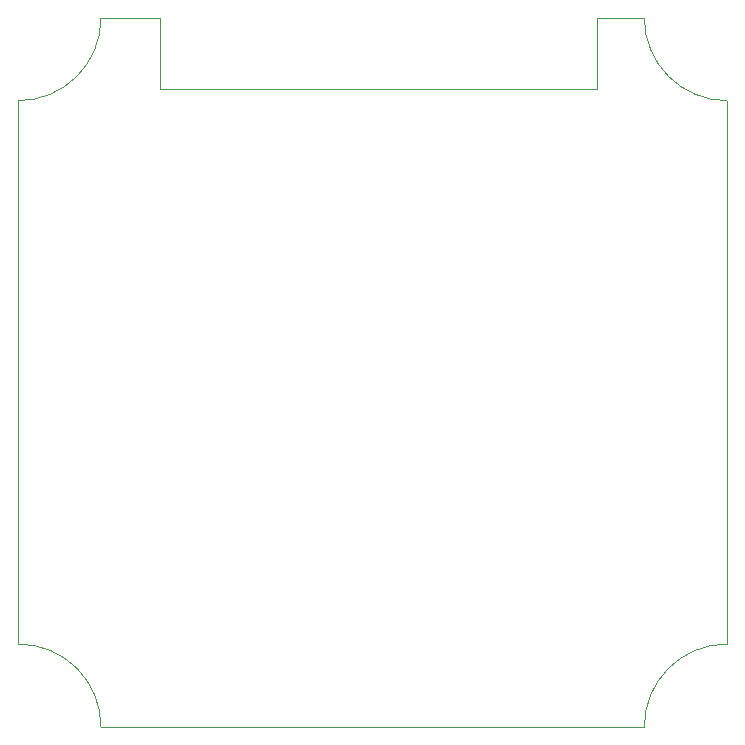
<source format=gbr>
%TF.GenerationSoftware,KiCad,Pcbnew,(6.0.8)*%
%TF.CreationDate,2023-04-08T14:06:51-07:00*%
%TF.ProjectId,TvMux,54764d75-782e-46b6-9963-61645f706362,rev?*%
%TF.SameCoordinates,Original*%
%TF.FileFunction,Profile,NP*%
%FSLAX46Y46*%
G04 Gerber Fmt 4.6, Leading zero omitted, Abs format (unit mm)*
G04 Created by KiCad (PCBNEW (6.0.8)) date 2023-04-08 14:06:51*
%MOMM*%
%LPD*%
G01*
G04 APERTURE LIST*
%TA.AperFunction,Profile*%
%ADD10C,0.100000*%
%TD*%
G04 APERTURE END LIST*
D10*
X127000000Y-61000000D02*
X127000000Y-55000000D01*
X127000000Y-55000000D02*
X122000000Y-55000000D01*
X175000000Y-108000000D02*
X175000000Y-62000000D01*
X127000000Y-61000000D02*
X164000000Y-61000000D01*
X122000000Y-115000000D02*
X168000000Y-115000000D01*
X164000000Y-55000000D02*
X164000000Y-61000000D01*
X175000000Y-108000000D02*
G75*
G03*
X168000000Y-115000000I0J-7000000D01*
G01*
X122000000Y-115000000D02*
G75*
G03*
X115000000Y-108000000I-7000000J0D01*
G01*
X115000000Y-62000000D02*
X115000000Y-108000000D01*
X168000000Y-55000000D02*
G75*
G03*
X175000000Y-62000000I7000000J0D01*
G01*
X168000000Y-55000000D02*
X164000000Y-55000000D01*
X115000000Y-62000000D02*
G75*
G03*
X122000000Y-55000000I0J7000000D01*
G01*
M02*

</source>
